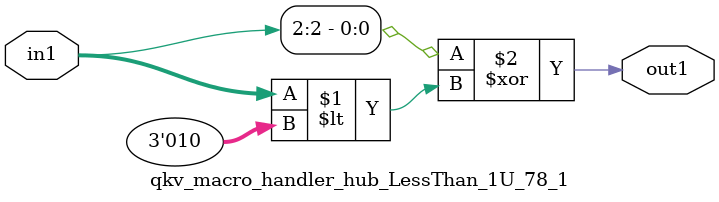
<source format=v>

`timescale 1ps / 1ps


module qkv_macro_handler_hub_LessThan_1U_78_1( in1, out1 );

    input [2:0] in1;
    output out1;

    
    // rtl_process:qkv_macro_handler_hub_LessThan_1U_68_1/qkv_macro_handler_hub_LessThan_1U_68_1_thread_1
    assign out1 = (in1[2] ^ in1 < 3'd2);

endmodule





</source>
